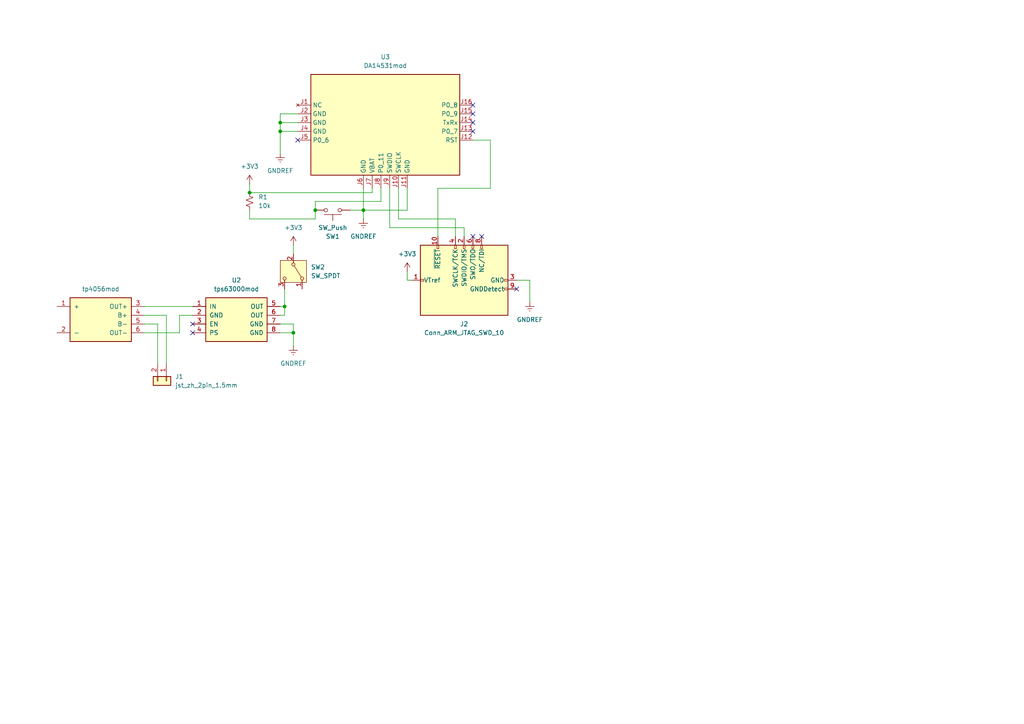
<source format=kicad_sch>
(kicad_sch (version 20250114) (generator "eeschema") (generator_version "9.0")
  (paper "A4")
  (lib_symbols
    (symbol "00_extension:DA14531mod"
      (property "Reference" "U" (at 0 2.54 0))
      (property "Value" "DA14531mod" (at 0 0 0))
      (symbol "DA14531mod_1_1"
        (rectangle (start -21.59 13.97) (end 21.59 -15.24) (stroke (width 0.254)) (fill (type background)))
        (pin no_connect line (at -25.4 5.08 0) (length 3.81) (name "NC") (number "J1"))
        (pin bidirectional line (at -25.4 2.54 0) (length 3.81) (name "GND") (number "J2"))
        (pin bidirectional line (at -25.4 0 0) (length 3.81) (name "GND") (number "J3"))
        (pin bidirectional line (at -25.4 -2.54 0) (length 3.81) (name "GND") (number "J4"))
        (pin bidirectional line (at -25.4 -5.08 0) (length 3.81) (name "P0_6") (number "J5"))
        (pin power_in line (at -6.35 -19.05 90) (length 3.81) (name "GND") (number "J6"))
        (pin power_in line (at -3.81 -19.05 90) (length 3.81) (name "VBAT") (number "J7"))
        (pin input line (at -1.27 -19.05 90) (length 3.81) (name "P0_11") (number "J8"))
        (pin bidirectional line (at 1.27 -19.05 90) (length 3.81) (name "SWDIO") (number "J9"))
        (pin input line (at 3.81 -19.05 90) (length 3.81) (name "SWCLK") (number "J10"))
        (pin input line (at 6.35 -19.05 90) (length 3.81) (name "GND") (number "J11"))
        (pin bidirectional line (at 25.4 5.08 180) (length 3.81) (name "P0_8") (number "J16"))
        (pin bidirectional line (at 25.4 2.54 180) (length 3.81) (name "P0_9") (number "J15"))
        (pin bidirectional line (at 25.4 0 180) (length 3.81) (name "TxRx") (number "J14"))
        (pin bidirectional line (at 25.4 -2.54 180) (length 3.81) (name "P0_7") (number "J13"))
        (pin input line (at 25.4 -5.08 180) (length 3.81) (name "RST") (number "J12"))
      )
    )
    (symbol "00_extension:jst_zh_2pin_1.5mm" (pin_names (offset 1.016) (hide yes))
      (property "Reference" "J" (at 0 2.54 0))
      (property "Value" "jst_zh_2pin_1.5mm" (at 0 -5.08 0))
      (symbol "jst_zh_2pin_1.5mm_1_1"
        (rectangle (start -1.27 1.27) (end 1.27 -3.81) (stroke (width 0.254)) (fill (type background)))
        (rectangle (start -1.27 0.127) (end 0 -0.127) (stroke (width 0.1524)))
        (rectangle (start -1.27 -2.413) (end 0 -2.667) (stroke (width 0.1524)))
        (pin passive line (at -5.08 0 0) (length 3.81) (name "Pin_1") (number "1"))
        (pin passive line (at -5.08 -2.54 0) (length 3.81) (name "Pin_2") (number "2"))
      )
    )
    (symbol "00_extension:tp4056mod" (pin_names (offset 1.016))
      (property "Value" "tp4056mod" (at 3.048 -8.382 0))
      (symbol "tp4056mod_0_1"
        (rectangle (start -8.89 6.35) (end 8.89 -6.35) (stroke (width 0.254)) (fill (type background)))
      )
      (symbol "tp4056mod_1_1"
        (pin power_in line (at -12.7 3.81 0) (length 3.81) (name "+") (number "1"))
        (pin power_in line (at -12.7 -3.81 0) (length 3.81) (name "-") (number "2"))
        (pin power_out line (at 12.7 3.81 180) (length 3.81) (name "OUT+") (number "3"))
        (pin power_in line (at 12.7 1.27 180) (length 3.81) (name "B+") (number "4"))
        (pin power_in line (at 12.7 -1.27 180) (length 3.81) (name "B-") (number "5"))
        (pin power_out line (at 12.7 -3.81 180) (length 3.81) (name "OUT-") (number "6"))
      )
    )
    (symbol "00_extension:tps63000mod" (pin_names (offset 1.016))
      (property "Reference" "U" (at -7.62 12.7 0))
      (property "Value" "tps63000mod" (at 7.62 -12.7 0))
      (symbol "tps63000mod_0_1"
        (rectangle (start -8.89 6.35) (end 8.89 -6.35) (stroke (width 0.254)) (fill (type background)))
      )
      (symbol "tps63000mod_1_1"
        (pin power_in line (at -12.7 3.81 0) (length 3.81) (name "IN") (number "1"))
        (pin power_in line (at -12.7 1.27 0) (length 3.81) (name "GND") (number "2"))
        (pin input line (at -12.7 -1.27 0) (length 3.81) (name "EN") (number "3"))
        (pin input line (at -12.7 -3.81 0) (length 3.81) (name "PS") (number "4"))
        (pin power_out line (at 12.7 3.81 180) (length 3.81) (name "OUT") (number "5"))
        (pin power_out line (at 12.7 1.27 180) (length 3.81) (name "OUT") (number "6"))
        (pin power_out line (at 12.7 -1.27 180) (length 3.81) (name "GND") (number "7"))
        (pin power_out line (at 12.7 -3.81 180) (length 3.81) (name "GND") (number "8"))
      )
    )
    (symbol "Connector:Conn_ARM_JTAG_SWD_10" (pin_names (offset 1.016))
      (property "Reference" "J" (at -2.54 16.51 0))
      (property "Value" "Conn_ARM_JTAG_SWD_10" (at -2.54 13.97 0))
      (symbol "Conn_ARM_JTAG_SWD_10_0_1"
        (rectangle (start -10.16 12.7) (end 10.16 -12.7) (stroke (width 0.254)) (fill (type background)))
        (rectangle (start -2.794 -12.7) (end -2.286 -11.684))
        (rectangle (start -0.254 12.7) (end 0.254 11.684))
        (rectangle (start -0.254 -12.7) (end 0.254 -11.684))
        (rectangle (start 9.144 2.286) (end 10.16 2.794))
        (rectangle (start 10.16 7.874) (end 9.144 7.366))
        (rectangle (start 10.16 -0.254) (end 9.144 0.254))
        (rectangle (start 10.16 -2.794) (end 9.144 -2.286))
      )
      (symbol "Conn_ARM_JTAG_SWD_10_1_1"
        (rectangle (start 9.144 -5.334) (end 10.16 -4.826))
        (pin no_connect line (at -10.16 0 0) (length 2.54) (hide yes) (name "KEY") (number "7"))
        (pin passive line (at -2.54 -15.24 90) (length 2.54) (name "GNDDetect") (number "9"))
        (pin power_in line (at 0 15.24 270) (length 2.54) (name "VTref") (number "1"))
        (pin power_in line (at 0 -15.24 90) (length 2.54) (name "GND") (number "3"))
        (pin passive line (at 0 -15.24 90) (length 2.54) (hide yes) (name "GND") (number "5"))
        (pin open_collector line (at 12.7 7.62 180) (length 2.54) (name "~{RESET}") (number "10"))
        (pin output line (at 12.7 2.54 180) (length 2.54) (name "SWCLK/TCK") (number "4"))
        (pin bidirectional line (at 12.7 0 180) (length 2.54) (name "SWDIO/TMS") (number "2"))
        (pin input line (at 12.7 -2.54 180) (length 2.54) (name "SWO/TDO") (number "6"))
        (pin output line (at 12.7 -5.08 180) (length 2.54) (name "NC/TDI") (number "8"))
      )
    )
    (symbol "Device:R_Small_US" (pin_numbers (hide yes)) (pin_names (offset 0.254) (hide yes))
      (property "Reference" "R" (at 0.762 0.508 0))
      (property "Value" "R_Small_US" (at 0.762 -1.016 0))
      (symbol "R_Small_US_1_1"
        (polyline (pts (xy 0 1.524) (xy 1.016 1.143) (xy 0 0.762) (xy -1.016 0.381) (xy 0 0)))
        (polyline (pts (xy 0 0) (xy 1.016 -0.381) (xy 0 -0.762) (xy -1.016 -1.143) (xy 0 -1.524)))
        (pin passive line (at 0 2.54 270) (length 1.016) (name "~") (number "1"))
        (pin passive line (at 0 -2.54 90) (length 1.016) (name "~") (number "2"))
      )
    )
    (symbol "Switch:SW_Push" (pin_numbers (hide yes)) (pin_names (offset 1.016) (hide yes))
      (property "Reference" "SW" (at 1.27 2.54 0))
      (property "Value" "SW_Push" (at 0 -1.524 0))
      (symbol "SW_Push_0_1"
        (circle (center -2.032 0) (radius 0.508))
        (polyline (pts (xy 0 1.27) (xy 0 3.048)))
        (circle (center 2.032 0) (radius 0.508))
        (polyline (pts (xy 2.54 1.27) (xy -2.54 1.27)))
        (pin passive line (at -5.08 0 0) (length 2.54) (name "1") (number "1"))
        (pin passive line (at 5.08 0 180) (length 2.54) (name "2") (number "2"))
      )
    )
    (symbol "Switch:SW_SPDT" (pin_names (offset 0) (hide yes))
      (property "Reference" "SW" (at 0 5.08 0))
      (property "Value" "SW_SPDT" (at 0 -5.08 0))
      (symbol "SW_SPDT_0_1"
        (circle (center -2.032 0) (radius 0.4572))
        (polyline (pts (xy -1.651 0.254) (xy 1.651 2.286)))
        (circle (center 2.032 2.54) (radius 0.4572))
        (circle (center 2.032 -2.54) (radius 0.4572))
      )
      (symbol "SW_SPDT_1_1"
        (rectangle (start -3.175 3.81) (end 3.175 -3.81) (fill (type background)))
        (pin passive line (at -5.08 0 0) (length 2.54) (name "B") (number "2"))
        (pin passive line (at 5.08 2.54 180) (length 2.54) (name "A") (number "1"))
        (pin passive line (at 5.08 -2.54 180) (length 2.54) (name "C") (number "3"))
      )
    )
    (symbol "power:+3V3" (power) (pin_numbers (hide yes)) (pin_names (offset 0) (hide yes))
      (property "Value" "+3V3" (at 0 3.556 0))
      (symbol "+3V3_0_1"
        (polyline (pts (xy -0.762 1.27) (xy 0 2.54)))
        (polyline (pts (xy 0 2.54) (xy 0.762 1.27)))
        (polyline (pts (xy 0 0) (xy 0 2.54)))
      )
      (symbol "+3V3_1_1"
        (pin power_in line (at 0 0 90) (length 0) (name "~") (number "1"))
      )
    )
    (symbol "power:GNDREF" (power) (pin_numbers (hide yes)) (pin_names (offset 0) (hide yes))
      (property "Value" "GNDREF" (at 0 -3.81 0))
      (symbol "GNDREF_0_1"
        (polyline (pts (xy -0.635 -1.905) (xy 0.635 -1.905)))
        (polyline (pts (xy -0.127 -2.54) (xy 0.127 -2.54)))
        (polyline (pts (xy 0 -1.27) (xy 0 0)))
        (polyline (pts (xy 1.27 -1.27) (xy -1.27 -1.27)))
      )
      (symbol "GNDREF_1_1"
        (pin power_in line (at 0 0 270) (length 0) (name "~") (number "1"))
      )
    )
  )
  (junction (at 105.41 60.96))
  (junction (at 85.09 96.52))
  (junction (at 91.44 60.96))
  (junction (at 81.28 35.56))
  (junction (at 72.39 55.88))
  (junction (at 82.55 88.9))
  (junction (at 81.28 38.1))
  (no_connect (at 137.16 33.02))
  (no_connect (at 55.88 96.52))
  (no_connect (at 137.16 30.48))
  (no_connect (at 137.16 38.1))
  (no_connect (at 137.16 35.56))
  (no_connect (at 149.86 83.82))
  (no_connect (at 137.16 68.58))
  (no_connect (at 86.36 40.64))
  (no_connect (at 55.88 93.98))
  (no_connect (at 139.7 68.58))
  (wire (pts (xy 142.24 40.64) (xy 142.24 54.61)))
  (wire (pts (xy 81.28 88.9) (xy 82.55 88.9)))
  (wire (pts (xy 82.55 88.9) (xy 82.55 91.44)))
  (wire (pts (xy 72.39 60.96) (xy 72.39 63.5)))
  (wire (pts (xy 81.28 93.98) (xy 85.09 93.98)))
  (wire (pts (xy 81.28 38.1) (xy 81.28 44.45)))
  (wire (pts (xy 113.03 66.04) (xy 134.62 66.04)))
  (wire (pts (xy 41.91 91.44) (xy 48.26 91.44)))
  (wire (pts (xy 48.26 91.44) (xy 48.26 105.41)))
  (wire (pts (xy 85.09 71.12) (xy 85.09 73.66)))
  (wire (pts (xy 86.36 33.02) (xy 81.28 33.02)))
  (wire (pts (xy 91.44 63.5) (xy 91.44 60.96)))
  (wire (pts (xy 115.57 63.5) (xy 132.08 63.5)))
  (wire (pts (xy 72.39 55.88) (xy 107.95 55.88)))
  (wire (pts (xy 134.62 66.04) (xy 134.62 68.58)))
  (wire (pts (xy 41.91 96.52) (xy 52.07 96.52)))
  (wire (pts (xy 118.11 78.74) (xy 118.11 81.28)))
  (wire (pts (xy 91.44 58.42) (xy 110.49 58.42)))
  (wire (pts (xy 153.67 81.28) (xy 153.67 87.63)))
  (wire (pts (xy 110.49 58.42) (xy 110.49 54.61)))
  (wire (pts (xy 82.55 83.82) (xy 82.55 88.9)))
  (wire (pts (xy 81.28 33.02) (xy 81.28 35.56)))
  (wire (pts (xy 113.03 54.61) (xy 113.03 66.04)))
  (wire (pts (xy 149.86 81.28) (xy 153.67 81.28)))
  (wire (pts (xy 85.09 93.98) (xy 85.09 96.52)))
  (wire (pts (xy 52.07 91.44) (xy 55.88 91.44)))
  (wire (pts (xy 115.57 54.61) (xy 115.57 63.5)))
  (wire (pts (xy 72.39 53.34) (xy 72.39 55.88)))
  (wire (pts (xy 81.28 35.56) (xy 81.28 38.1)))
  (wire (pts (xy 91.44 60.96) (xy 91.44 58.42)))
  (wire (pts (xy 86.36 35.56) (xy 81.28 35.56)))
  (wire (pts (xy 52.07 96.52) (xy 52.07 91.44)))
  (wire (pts (xy 45.72 93.98) (xy 45.72 105.41)))
  (wire (pts (xy 72.39 63.5) (xy 91.44 63.5)))
  (wire (pts (xy 81.28 91.44) (xy 82.55 91.44)))
  (wire (pts (xy 41.91 88.9) (xy 55.88 88.9)))
  (wire (pts (xy 142.24 54.61) (xy 127 54.61)))
  (wire (pts (xy 41.91 93.98) (xy 45.72 93.98)))
  (wire (pts (xy 101.6 60.96) (xy 105.41 60.96)))
  (wire (pts (xy 85.09 96.52) (xy 85.09 100.33)))
  (wire (pts (xy 127 54.61) (xy 127 68.58)))
  (wire (pts (xy 118.11 81.28) (xy 119.38 81.28)))
  (wire (pts (xy 132.08 63.5) (xy 132.08 68.58)))
  (wire (pts (xy 105.41 54.61) (xy 105.41 60.96)))
  (wire (pts (xy 118.11 54.61) (xy 118.11 60.96)))
  (wire (pts (xy 107.95 55.88) (xy 107.95 54.61)))
  (wire (pts (xy 81.28 96.52) (xy 85.09 96.52)))
  (wire (pts (xy 118.11 60.96) (xy 105.41 60.96)))
  (wire (pts (xy 105.41 60.96) (xy 105.41 63.5)))
  (wire (pts (xy 86.36 38.1) (xy 81.28 38.1)))
  (wire (pts (xy 137.16 40.64) (xy 142.24 40.64)))
  (symbol (lib_id "power:GNDREF") (at 105.41 63.5 0) (unit 1)
    (property "Reference" "#PWR04" (effects (hide yes)))
    (property "Value" "GNDREF" (at 105.41 68.58 0))
    (property "Description" "Power symbol creates a global label with name \"GNDREF\" , reference supply ground" (effects (hide yes)))
  )
  (symbol (lib_id "power:+3V3") (at 118.11 78.74 0) (unit 1)
    (property "Reference" "#PWR06" (effects (hide yes)))
    (property "Value" "+3V3" (at 118.11 73.66 0))
    (property "Description" "Power symbol creates a global label with name \"+3V3\"" (effects (hide yes)))
  )
  (symbol (lib_id "Switch:SW_Push") (at 96.52 60.96 0) (mirror x) (unit 1)
    (property "Reference" "SW1" (at 96.52 68.58 0))
    (property "Value" "SW_Push" (at 96.52 66.04 0))
    (property "Description" "Push button switch, generic, two pins" (effects (hide yes)))
  )
  (symbol (lib_id "power:+3V3") (at 72.39 53.34 0) (unit 1)
    (property "Reference" "#PWR07" (effects (hide yes)))
    (property "Value" "+3V3" (at 72.39 48.26 0))
    (property "Description" "Power symbol creates a global label with name \"+3V3\"" (effects (hide yes)))
  )
  (symbol (lib_id "power:GNDREF") (at 81.28 44.45 0) (unit 1)
    (property "Reference" "#PWR02" (effects (hide yes)))
    (property "Value" "GNDREF" (at 81.28 49.53 0))
    (property "Description" "Power symbol creates a global label with name \"GNDREF\" , reference supply ground" (effects (hide yes)))
  )
  (symbol (lib_id "Switch:SW_SPDT") (at 85.09 78.74 270) (unit 1)
    (property "Reference" "SW2" (at 90.17 77.4699 90) (effects (justify left)))
    (property "Value" "SW_SPDT" (at 90.17 80.0099 90) (effects (justify left)))
    (property "Description" "Switch, single pole double throw" (effects (hide yes)))
  )
  (symbol (lib_id "power:+3V3") (at 85.09 71.12 0) (unit 1)
    (property "Reference" "#PWR05" (effects (hide yes)))
    (property "Value" "+3V3" (at 85.09 66.04 0))
    (property "Description" "Power symbol creates a global label with name \"+3V3\"" (effects (hide yes)))
  )
  (symbol (lib_id "Device:R_Small_US") (at 72.39 58.42 0) (unit 1)
    (property "Reference" "R1" (at 74.93 57.1499 0) (effects (justify left)))
    (property "Value" "10k" (at 74.93 59.6899 0) (effects (justify left)))
    (property "Description" "Resistor, small US symbol" (effects (hide yes)))
  )
  (symbol (lib_id "00_extension:tps63000mod") (at 68.58 92.71 0) (unit 1)
    (property "Reference" "U2" (at 68.58 81.28 0))
    (property "Value" "tps63000mod" (at 68.58 83.82 0))
    (property "Footprint" "RF_Module:MOD-nRF8001" (effects (hide yes)))
    (property "Datasheet" "https://www.olimex.com/Products/Modules/RF/MOD-nRF8001/" (effects (hide yes)))
    (property "Description" "Bluetooth Low Energy module based on nRF8001 chipset" (effects (hide yes)))
  )
  (symbol (lib_id "00_extension:jst_zh_2pin_1.5mm") (at 48.26 110.49 270) (unit 1)
    (property "Reference" "J1" (at 50.8 109.2199 90) (effects (justify left)))
    (property "Value" "jst_zh_2pin_1.5mm" (at 50.8 111.7599 90) (effects (justify left)))
    (property "Description" "Generic connector, single row, 01x02, script generated (kicad-library-utils/schlib/autogen/connector/)" (effects (hide yes)))
  )
  (symbol (lib_id "00_extension:DA14531mod") (at 111.76 35.56 0) (unit 1)
    (property "Reference" "U3" (at 111.76 16.51 0))
    (property "Value" "DA14531mod" (at 111.76 19.05 0))
    (property "Footprint" "Package_BGA:VFBGA-86_6x6mm_Layout10x10_P0.55mm" (effects (hide yes)))
    (property "Datasheet" "https://www.dialog-semiconductor.com/sites/default/files/da1469x_datasheet_3v1.pdf" (effects (hide yes)))
    (property "Description" "Multi-core BLE 5.1 SoC series, 96-MHz/32-bit ARM Cortex-M33, 128 kB ROM, 384 kB SRAM, 4 kB OTP Memory, 16 kB cache SRAM, VFBGA-86" (effects (hide yes)))
  )
  (symbol (lib_id "Connector:Conn_ARM_JTAG_SWD_10") (at 134.62 81.28 90) (unit 1)
    (property "Reference" "J2" (at 134.62 93.98 90))
    (property "Value" "Conn_ARM_JTAG_SWD_10" (at 134.62 96.52 90))
    (property "Datasheet" "http://infocenter.arm.com/help/topic/com.arm.doc.ddi0314h/DDI0314H_coresight_components_trm.pdf" (effects (hide yes)))
    (property "Description" "Cortex Debug Connector, standard ARM Cortex-M SWD and JTAG interface" (effects (hide yes)))
  )
  (symbol (lib_id "power:GNDREF") (at 85.09 100.33 0) (unit 1)
    (property "Reference" "#PWR01" (effects (hide yes)))
    (property "Value" "GNDREF" (at 85.09 105.41 0))
    (property "Description" "Power symbol creates a global label with name \"GNDREF\" , reference supply ground" (effects (hide yes)))
  )
  (symbol (lib_id "power:GNDREF") (at 153.67 87.63 0) (unit 1)
    (property "Reference" "#PWR03" (effects (hide yes)))
    (property "Value" "GNDREF" (at 153.67 92.71 0))
    (property "Description" "Power symbol creates a global label with name \"GNDREF\" , reference supply ground" (effects (hide yes)))
  )
  (symbol (lib_id "00_extension:tp4056mod") (at 29.21 92.71 0) (unit 1)
    (property "Reference" "U1" (effects (hide yes)))
    (property "Value" "tp4056mod" (at 29.21 83.82 0))
    (property "Footprint" "RF_Module:MOD-nRF8001" (effects (hide yes)))
    (property "Datasheet" "https://www.olimex.com/Products/Modules/RF/MOD-nRF8001/" (effects (hide yes)))
    (property "Description" "Bluetooth Low Energy module based on nRF8001 chipset" (effects (hide yes)))
  )
)
</source>
